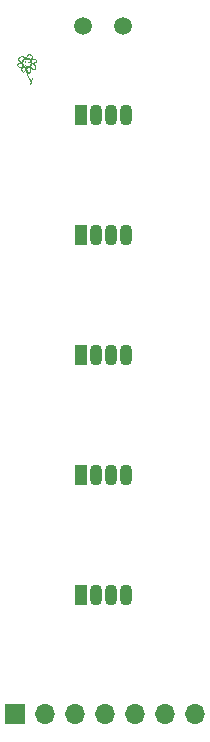
<source format=gbr>
G04 #@! TF.GenerationSoftware,KiCad,Pcbnew,5.0.2-bee76a0~70~ubuntu16.04.1*
G04 #@! TF.CreationDate,2020-01-15T21:00:25+00:00*
G04 #@! TF.ProjectId,receiver,72656365-6976-4657-922e-6b696361645f,rev?*
G04 #@! TF.SameCoordinates,Original*
G04 #@! TF.FileFunction,Soldermask,Top*
G04 #@! TF.FilePolarity,Negative*
%FSLAX46Y46*%
G04 Gerber Fmt 4.6, Leading zero omitted, Abs format (unit mm)*
G04 Created by KiCad (PCBNEW 5.0.2-bee76a0~70~ubuntu16.04.1) date Wed 15 Jan 2020 21:00:25 GMT*
%MOMM*%
%LPD*%
G01*
G04 APERTURE LIST*
%ADD10C,0.101600*%
%ADD11C,0.076200*%
%ADD12C,0.150000*%
%ADD13C,0.127000*%
%ADD14R,1.700000X1.700000*%
%ADD15O,1.700000X1.700000*%
%ADD16C,1.500000*%
%ADD17R,1.070000X1.800000*%
%ADD18O,1.070000X1.800000*%
G04 APERTURE END LIST*
D10*
G04 #@! TO.C,REF\002A\002A*
X143006000Y-60916000D02*
X143166000Y-60396000D01*
X143046000Y-60696000D02*
X143006000Y-60916000D01*
X142926000Y-60416000D02*
X143046000Y-60696000D01*
X142706000Y-60116000D02*
X142926000Y-60416000D01*
X142616000Y-59686000D02*
X142706000Y-60116000D01*
X142986000Y-59696000D02*
X142986000Y-59526000D01*
X143006000Y-59796000D02*
X142986000Y-59696000D01*
X142956000Y-59886000D02*
X143006000Y-59796000D01*
X142836000Y-59916000D02*
X142956000Y-59886000D01*
X142716000Y-59786000D02*
X142836000Y-59916000D01*
X142646000Y-59596000D02*
X142716000Y-59786000D01*
X143166000Y-59596000D02*
X143076000Y-59466000D01*
X143296000Y-59626000D02*
X143166000Y-59596000D01*
X143406000Y-59586000D02*
X143296000Y-59626000D01*
X143446000Y-59486000D02*
X143406000Y-59586000D01*
X143446000Y-59346000D02*
X143446000Y-59486000D01*
X143346000Y-59206000D02*
X143446000Y-59346000D01*
X143166000Y-59096000D02*
X143346000Y-59206000D01*
X143266000Y-59066000D02*
X143166000Y-59066000D01*
X143416000Y-59056000D02*
X143266000Y-59066000D01*
X143516000Y-58986000D02*
X143416000Y-59056000D01*
X143496000Y-58836000D02*
X143516000Y-58986000D01*
X143386000Y-58736000D02*
X143496000Y-58836000D01*
X143016000Y-58746000D02*
X143386000Y-58736000D01*
X143136000Y-58616000D02*
X143046000Y-58756000D01*
X143156000Y-58506000D02*
X143136000Y-58616000D01*
X143106000Y-58396000D02*
X143156000Y-58506000D01*
X142936000Y-58366000D02*
X143106000Y-58396000D01*
X142776000Y-58426000D02*
X142936000Y-58366000D01*
X142686000Y-58696000D02*
X142776000Y-58426000D01*
X142586000Y-59606000D02*
X142576000Y-59576000D01*
X142616000Y-59586000D02*
X142586000Y-59606000D01*
X142596000Y-59606000D02*
X142616000Y-59586000D01*
X142576000Y-59716000D02*
X142596000Y-59606000D01*
X142516000Y-59826000D02*
X142576000Y-59716000D01*
X142396000Y-59866000D02*
X142516000Y-59826000D01*
X142286000Y-59826000D02*
X142396000Y-59866000D01*
X142276000Y-59636000D02*
X142286000Y-59826000D01*
X142356000Y-59436000D02*
X142276000Y-59636000D01*
X142086000Y-59476000D02*
X142336000Y-59416000D01*
X141966000Y-59396000D02*
X142086000Y-59476000D01*
X141926000Y-59266000D02*
X141966000Y-59396000D01*
X142016000Y-59116000D02*
X141926000Y-59266000D01*
X142286000Y-59066000D02*
X142016000Y-59116000D01*
X142066000Y-58946000D02*
X142276000Y-58996000D01*
X141956000Y-58776000D02*
X142066000Y-58946000D01*
X142066000Y-58586000D02*
X141956000Y-58776000D01*
X142346000Y-58516000D02*
X142066000Y-58586000D01*
X142616000Y-58656000D02*
X142346000Y-58516000D01*
D11*
X142786000Y-59326000D02*
X142906000Y-59236000D01*
X142656000Y-59336000D02*
X142786000Y-59326000D01*
X142536000Y-59266000D02*
X142656000Y-59336000D01*
D12*
X142617623Y-59046000D02*
G75*
G03X142617623Y-59046000I-31623J0D01*
G01*
D13*
X143136000Y-59126000D02*
G75*
G03X143136000Y-59126000I-410000J0D01*
G01*
D12*
X142897623Y-59046000D02*
G75*
G03X142897623Y-59046000I-31623J0D01*
G01*
G04 #@! TD*
D14*
G04 #@! TO.C,J1*
X141730000Y-114250000D03*
D15*
X144270000Y-114250000D03*
X146810000Y-114250000D03*
X149350000Y-114250000D03*
X151890000Y-114250000D03*
X154430000Y-114250000D03*
X156970000Y-114250000D03*
G04 #@! TD*
D16*
G04 #@! TO.C,R1*
X147480000Y-56000000D03*
X150880000Y-56000000D03*
G04 #@! TD*
D17*
G04 #@! TO.C,D1*
X147320000Y-63500000D03*
D18*
X148590000Y-63500000D03*
X149860000Y-63500000D03*
X151130000Y-63500000D03*
G04 #@! TD*
D17*
G04 #@! TO.C,D2*
X147320000Y-93980000D03*
D18*
X148590000Y-93980000D03*
X149860000Y-93980000D03*
X151130000Y-93980000D03*
G04 #@! TD*
G04 #@! TO.C,D4*
X151130000Y-73660000D03*
X149860000Y-73660000D03*
X148590000Y-73660000D03*
D17*
X147320000Y-73660000D03*
G04 #@! TD*
D18*
G04 #@! TO.C,D5*
X151130000Y-104140000D03*
X149860000Y-104140000D03*
X148590000Y-104140000D03*
D17*
X147320000Y-104140000D03*
G04 #@! TD*
G04 #@! TO.C,D7*
X147320000Y-83820000D03*
D18*
X148590000Y-83820000D03*
X149860000Y-83820000D03*
X151130000Y-83820000D03*
G04 #@! TD*
M02*

</source>
